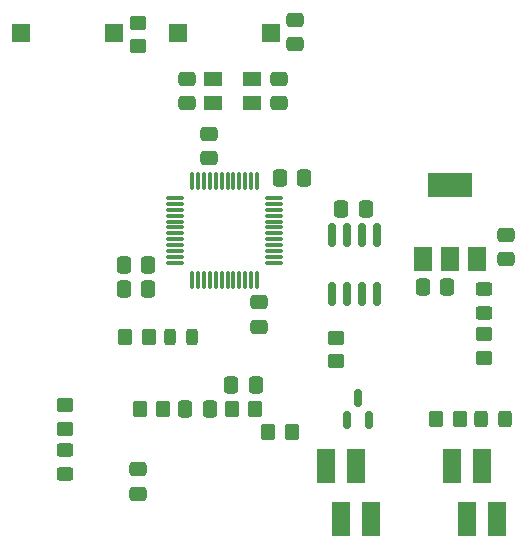
<source format=gbr>
%TF.GenerationSoftware,KiCad,Pcbnew,(6.0.2)*%
%TF.CreationDate,2022-03-05T17:56:55+01:00*%
%TF.ProjectId,PCB_stepper,5043425f-7374-4657-9070-65722e6b6963,rev?*%
%TF.SameCoordinates,Original*%
%TF.FileFunction,Paste,Top*%
%TF.FilePolarity,Positive*%
%FSLAX46Y46*%
G04 Gerber Fmt 4.6, Leading zero omitted, Abs format (unit mm)*
G04 Created by KiCad (PCBNEW (6.0.2)) date 2022-03-05 17:56:55*
%MOMM*%
%LPD*%
G01*
G04 APERTURE LIST*
G04 Aperture macros list*
%AMRoundRect*
0 Rectangle with rounded corners*
0 $1 Rounding radius*
0 $2 $3 $4 $5 $6 $7 $8 $9 X,Y pos of 4 corners*
0 Add a 4 corners polygon primitive as box body*
4,1,4,$2,$3,$4,$5,$6,$7,$8,$9,$2,$3,0*
0 Add four circle primitives for the rounded corners*
1,1,$1+$1,$2,$3*
1,1,$1+$1,$4,$5*
1,1,$1+$1,$6,$7*
1,1,$1+$1,$8,$9*
0 Add four rect primitives between the rounded corners*
20,1,$1+$1,$2,$3,$4,$5,0*
20,1,$1+$1,$4,$5,$6,$7,0*
20,1,$1+$1,$6,$7,$8,$9,0*
20,1,$1+$1,$8,$9,$2,$3,0*%
G04 Aperture macros list end*
%ADD10RoundRect,0.250000X-0.450000X0.325000X-0.450000X-0.325000X0.450000X-0.325000X0.450000X0.325000X0*%
%ADD11RoundRect,0.250000X-0.337500X-0.475000X0.337500X-0.475000X0.337500X0.475000X-0.337500X0.475000X0*%
%ADD12R,1.500000X3.000000*%
%ADD13RoundRect,0.250000X-0.350000X-0.450000X0.350000X-0.450000X0.350000X0.450000X-0.350000X0.450000X0*%
%ADD14RoundRect,0.250000X0.475000X-0.337500X0.475000X0.337500X-0.475000X0.337500X-0.475000X-0.337500X0*%
%ADD15RoundRect,0.250000X-0.325000X-0.450000X0.325000X-0.450000X0.325000X0.450000X-0.325000X0.450000X0*%
%ADD16RoundRect,0.250000X0.350000X0.450000X-0.350000X0.450000X-0.350000X-0.450000X0.350000X-0.450000X0*%
%ADD17RoundRect,0.250000X-0.475000X0.337500X-0.475000X-0.337500X0.475000X-0.337500X0.475000X0.337500X0*%
%ADD18RoundRect,0.250000X0.337500X0.475000X-0.337500X0.475000X-0.337500X-0.475000X0.337500X-0.475000X0*%
%ADD19R,1.600000X1.300000*%
%ADD20R,1.500000X1.500000*%
%ADD21RoundRect,0.243750X-0.243750X-0.456250X0.243750X-0.456250X0.243750X0.456250X-0.243750X0.456250X0*%
%ADD22RoundRect,0.250000X0.450000X-0.350000X0.450000X0.350000X-0.450000X0.350000X-0.450000X-0.350000X0*%
%ADD23RoundRect,0.150000X0.150000X-0.587500X0.150000X0.587500X-0.150000X0.587500X-0.150000X-0.587500X0*%
%ADD24R,1.500000X2.000000*%
%ADD25R,3.800000X2.000000*%
%ADD26RoundRect,0.150000X-0.150000X0.825000X-0.150000X-0.825000X0.150000X-0.825000X0.150000X0.825000X0*%
%ADD27RoundRect,0.250000X-0.450000X0.350000X-0.450000X-0.350000X0.450000X-0.350000X0.450000X0.350000X0*%
%ADD28RoundRect,0.250000X0.450000X-0.325000X0.450000X0.325000X-0.450000X0.325000X-0.450000X-0.325000X0*%
%ADD29RoundRect,0.075000X-0.075000X0.662500X-0.075000X-0.662500X0.075000X-0.662500X0.075000X0.662500X0*%
%ADD30RoundRect,0.075000X-0.662500X0.075000X-0.662500X-0.075000X0.662500X-0.075000X0.662500X0.075000X0*%
G04 APERTURE END LIST*
D10*
%TO.C,D3*%
X130450000Y-95575000D03*
X130450000Y-97625000D03*
%TD*%
D11*
%TO.C,C12*%
X153862500Y-75200000D03*
X155937500Y-75200000D03*
%TD*%
D12*
%TO.C,J2*%
X167105000Y-101450000D03*
X165835000Y-96950000D03*
X164565000Y-101450000D03*
X163295000Y-96950000D03*
%TD*%
D11*
%TO.C,C2*%
X148662500Y-72600000D03*
X150737500Y-72600000D03*
%TD*%
D13*
%TO.C,R1*%
X135600000Y-86050000D03*
X137600000Y-86050000D03*
%TD*%
D14*
%TO.C,C16*%
X167800000Y-79437500D03*
X167800000Y-77362500D03*
%TD*%
D15*
%TO.C,D5*%
X165675000Y-92950000D03*
X167725000Y-92950000D03*
%TD*%
D13*
%TO.C,R3*%
X147700000Y-94100000D03*
X149700000Y-94100000D03*
%TD*%
D14*
%TO.C,C5*%
X142700000Y-70887500D03*
X142700000Y-68812500D03*
%TD*%
D16*
%TO.C,R5*%
X146600000Y-92100000D03*
X144600000Y-92100000D03*
%TD*%
D17*
%TO.C,C3*%
X148600000Y-64162500D03*
X148600000Y-66237500D03*
%TD*%
D18*
%TO.C,C10*%
X142737500Y-92100000D03*
X140662500Y-92100000D03*
%TD*%
%TO.C,C7*%
X137537500Y-79900000D03*
X135462500Y-79900000D03*
%TD*%
D14*
%TO.C,C4*%
X140800000Y-66237500D03*
X140800000Y-64162500D03*
%TD*%
D19*
%TO.C,Y1*%
X146350000Y-64200000D03*
X143050000Y-64200000D03*
X143050000Y-66200000D03*
X146350000Y-66200000D03*
%TD*%
D20*
%TO.C,SW2*%
X126800000Y-60300000D03*
X134600000Y-60300000D03*
%TD*%
D21*
%TO.C,D1*%
X139357500Y-86005000D03*
X141232500Y-86005000D03*
%TD*%
D22*
%TO.C,R8*%
X166000000Y-87775000D03*
X166000000Y-85775000D03*
%TD*%
D23*
%TO.C,D2*%
X154350000Y-93037500D03*
X156250000Y-93037500D03*
X155300000Y-91162500D03*
%TD*%
D16*
%TO.C,R4*%
X138800000Y-92100000D03*
X136800000Y-92100000D03*
%TD*%
D13*
%TO.C,R9*%
X161900000Y-92950000D03*
X163900000Y-92950000D03*
%TD*%
D22*
%TO.C,R6*%
X153400000Y-88100000D03*
X153400000Y-86100000D03*
%TD*%
D24*
%TO.C,U3*%
X160800000Y-79450000D03*
X163100000Y-79450000D03*
D25*
X163100000Y-73150000D03*
D24*
X165400000Y-79450000D03*
%TD*%
D26*
%TO.C,U2*%
X156905000Y-77425000D03*
X155635000Y-77425000D03*
X154365000Y-77425000D03*
X153095000Y-77425000D03*
X153095000Y-82375000D03*
X154365000Y-82375000D03*
X155635000Y-82375000D03*
X156905000Y-82375000D03*
%TD*%
D14*
%TO.C,C11*%
X136700000Y-99300000D03*
X136700000Y-97225000D03*
%TD*%
D12*
%TO.C,J3*%
X156405000Y-101450000D03*
X155135000Y-96950000D03*
X153865000Y-101450000D03*
X152595000Y-96950000D03*
%TD*%
D17*
%TO.C,C1*%
X146900000Y-83062500D03*
X146900000Y-85137500D03*
%TD*%
D18*
%TO.C,C9*%
X137537500Y-82000000D03*
X135462500Y-82000000D03*
%TD*%
D27*
%TO.C,R7*%
X130500000Y-91820000D03*
X130500000Y-93820000D03*
%TD*%
D18*
%TO.C,C17*%
X162837500Y-81800000D03*
X160762500Y-81800000D03*
%TD*%
D14*
%TO.C,C6*%
X150000000Y-61237500D03*
X150000000Y-59162500D03*
%TD*%
D11*
%TO.C,C8*%
X144562500Y-90100000D03*
X146637500Y-90100000D03*
%TD*%
D28*
%TO.C,D4*%
X166000000Y-84000000D03*
X166000000Y-81950000D03*
%TD*%
D20*
%TO.C,SW1*%
X140100000Y-60300000D03*
X147900000Y-60300000D03*
%TD*%
D29*
%TO.C,U1*%
X146750000Y-72837500D03*
X146250000Y-72837500D03*
X145750000Y-72837500D03*
X145250000Y-72837500D03*
X144750000Y-72837500D03*
X144250000Y-72837500D03*
X143750000Y-72837500D03*
X143250000Y-72837500D03*
X142750000Y-72837500D03*
X142250000Y-72837500D03*
X141750000Y-72837500D03*
X141250000Y-72837500D03*
D30*
X139837500Y-74250000D03*
X139837500Y-74750000D03*
X139837500Y-75250000D03*
X139837500Y-75750000D03*
X139837500Y-76250000D03*
X139837500Y-76750000D03*
X139837500Y-77250000D03*
X139837500Y-77750000D03*
X139837500Y-78250000D03*
X139837500Y-78750000D03*
X139837500Y-79250000D03*
X139837500Y-79750000D03*
D29*
X141250000Y-81162500D03*
X141750000Y-81162500D03*
X142250000Y-81162500D03*
X142750000Y-81162500D03*
X143250000Y-81162500D03*
X143750000Y-81162500D03*
X144250000Y-81162500D03*
X144750000Y-81162500D03*
X145250000Y-81162500D03*
X145750000Y-81162500D03*
X146250000Y-81162500D03*
X146750000Y-81162500D03*
D30*
X148162500Y-79750000D03*
X148162500Y-79250000D03*
X148162500Y-78750000D03*
X148162500Y-78250000D03*
X148162500Y-77750000D03*
X148162500Y-77250000D03*
X148162500Y-76750000D03*
X148162500Y-76250000D03*
X148162500Y-75750000D03*
X148162500Y-75250000D03*
X148162500Y-74750000D03*
X148162500Y-74250000D03*
%TD*%
D27*
%TO.C,R2*%
X136700000Y-59400000D03*
X136700000Y-61400000D03*
%TD*%
M02*

</source>
